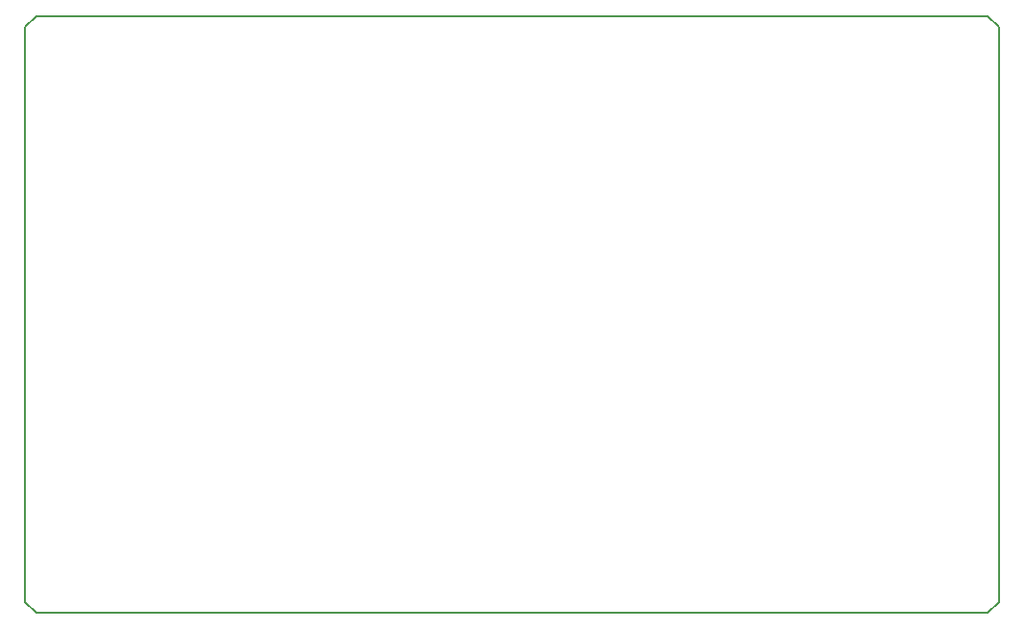
<source format=gm1>
G04 #@! TF.FileFunction,Profile,NP*
%FSLAX46Y46*%
G04 Gerber Fmt 4.6, Leading zero omitted, Abs format (unit mm)*
G04 Created by KiCad (PCBNEW 4.0.0-rc1-stable) date 01/12/2015 21:12:57*
%MOMM*%
G01*
G04 APERTURE LIST*
%ADD10C,0.100000*%
%ADD11C,0.150000*%
G04 APERTURE END LIST*
D10*
D11*
X110000000Y-75190000D02*
X110990000Y-74200000D01*
X196000000Y-75190000D02*
X195010000Y-74200000D01*
X110995460Y-127005080D02*
X110002320Y-126011940D01*
X196006720Y-126004320D02*
X195013580Y-126997460D01*
X195000000Y-74200000D02*
X111000000Y-74200000D01*
X196000000Y-126000000D02*
X196000000Y-75200000D01*
X111000000Y-127000000D02*
X195000000Y-127000000D01*
X110000000Y-75200000D02*
X110000000Y-126000000D01*
M02*

</source>
